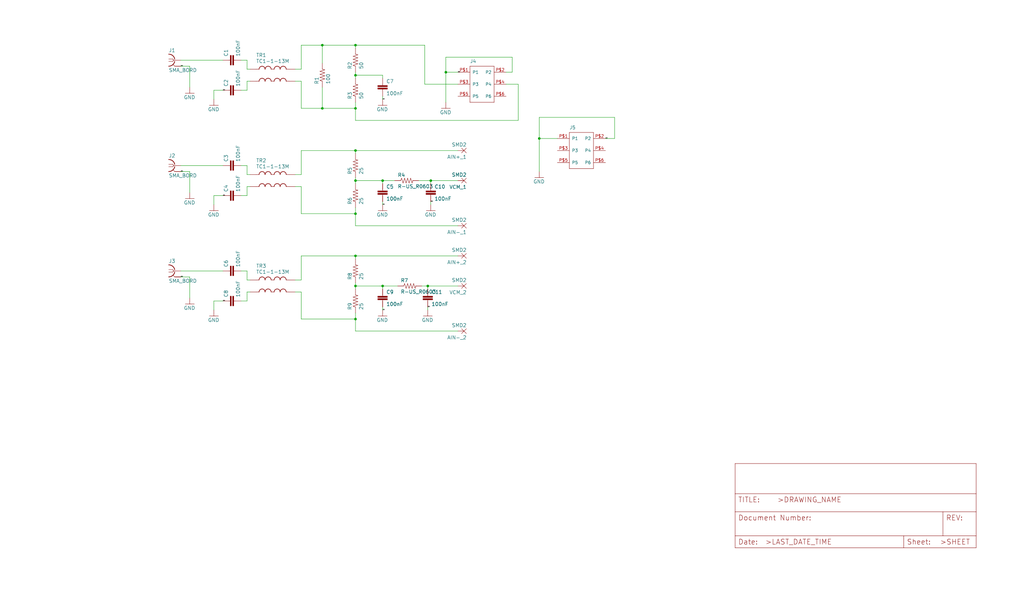
<source format=kicad_sch>
(kicad_sch (version 20231120) (generator "eeschema") (generator_version "8.0")
  (paper "User" 431.673 253.543)
  (lib_symbols
    (symbol "extension_clk_adc-rescue:C-EUC0402-extension_clk_adc-eagle-import" (pin_names (offset 1.016))
      (property "Reference" "C" (at 1.524 0.381 0))
      (property "Value" "extension_clk_adc-eagle-import_C-EUC0402" (at 1.524 -4.699 0))
      (symbol "C-EUC0402-extension_clk_adc-eagle-import_1_0"
        (rectangle (start -2.032 -2.032) (end 2.032 -1.524) (fill (type outline)))
        (rectangle (start -2.032 -1.016) (end 2.032 -0.508) (fill (type outline)))
        (polyline (pts (xy 0 -2.54) (xy 0 -2.032)))
        (polyline (pts (xy 0 0) (xy 0 -0.508)))
        (pin passive line (at 0 2.54 270) (length 2.54) (name "1") (number "1"))
        (pin passive line (at 0 -5.08 90) (length 2.54) (name "2") (number "2"))
      )
    )
    (symbol "extension_clk_adc-rescue:C-EUC0603-extension_clk_adc-eagle-import" (pin_names (offset 1.016))
      (property "Reference" "C" (at 1.524 0.381 0))
      (property "Value" "extension_clk_adc-eagle-import_C-EUC0603" (at 1.524 -4.699 0))
      (symbol "C-EUC0603-extension_clk_adc-eagle-import_1_0"
        (rectangle (start -2.032 -2.032) (end 2.032 -1.524) (fill (type outline)))
        (rectangle (start -2.032 -1.016) (end 2.032 -0.508) (fill (type outline)))
        (polyline (pts (xy 0 -2.54) (xy 0 -2.032)))
        (polyline (pts (xy 0 0) (xy 0 -0.508)))
        (pin passive line (at 0 2.54 270) (length 2.54) (name "1") (number "1"))
        (pin passive line (at 0 -5.08 90) (length 2.54) (name "2") (number "2"))
      )
    )
    (symbol "extension_clk_adc-rescue:DBL_6-extension_clk_adc-eagle-import" (pin_names (offset 1.016))
      (property "Reference" "J" (at -5.08 8.89 0))
      (symbol "DBL_6-extension_clk_adc-eagle-import_1_0"
        (polyline (pts (xy -5.08 -7.62) (xy -5.08 7.62)))
        (polyline (pts (xy -5.08 7.62) (xy 5.08 7.62)))
        (polyline (pts (xy 5.08 -7.62) (xy -5.08 -7.62)))
        (polyline (pts (xy 5.08 7.62) (xy 5.08 -7.62)))
        (pin bidirectional line (at -10.16 5.08 0) (length 5.08) (name "P1") (number "P$1"))
        (pin bidirectional line (at 10.16 5.08 180) (length 5.08) (name "P2") (number "P$2"))
        (pin bidirectional line (at -10.16 0 0) (length 5.08) (name "P3") (number "P$3"))
        (pin bidirectional line (at 10.16 0 180) (length 5.08) (name "P4") (number "P$4"))
        (pin bidirectional line (at -10.16 -5.08 0) (length 5.08) (name "P5") (number "P$5"))
        (pin bidirectional line (at 10.16 -5.08 180) (length 5.08) (name "P6") (number "P$6"))
      )
    )
    (symbol "extension_clk_adc-rescue:DINA3_L-extension_clk_adc-eagle-import" (pin_names (offset 1.016))
      (symbol "DINA3_L-extension_clk_adc-eagle-import_2_0"
        (polyline (pts (xy 0 0) (xy 0 5.08)))
        (polyline (pts (xy 0 0) (xy 71.12 0)))
        (polyline (pts (xy 0 5.08) (xy 0 15.24)))
        (polyline (pts (xy 0 5.08) (xy 71.12 5.08)))
        (polyline (pts (xy 0 15.24) (xy 0 22.86)))
        (polyline (pts (xy 0 22.86) (xy 0 35.56)))
        (polyline (pts (xy 0 22.86) (xy 101.6 22.86)))
        (polyline (pts (xy 71.12 0) (xy 101.6 0)))
        (polyline (pts (xy 71.12 5.08) (xy 71.12 0)))
        (polyline (pts (xy 71.12 5.08) (xy 87.63 5.08)))
        (polyline (pts (xy 87.63 5.08) (xy 101.6 5.08)))
        (polyline (pts (xy 87.63 15.24) (xy 0 15.24)))
        (polyline (pts (xy 87.63 15.24) (xy 87.63 5.08)))
        (polyline (pts (xy 101.6 5.08) (xy 101.6 0)))
        (polyline (pts (xy 101.6 15.24) (xy 87.63 15.24)))
        (polyline (pts (xy 101.6 15.24) (xy 101.6 5.08)))
        (polyline (pts (xy 101.6 22.86) (xy 101.6 15.24)))
        (polyline (pts (xy 101.6 35.56) (xy 0 35.56)))
        (polyline (pts (xy 101.6 35.56) (xy 101.6 22.86)))
        (text ">DRAWING_NAME" (at 17.78 19.05 0) (effects (font (size 2.159 2.159)) (justify left bottom)))
        (text ">LAST_DATE_TIME" (at 12.7 1.27 0) (effects (font (size 2.159 2.159)) (justify left bottom)))
        (text ">SHEET" (at 86.36 1.27 0) (effects (font (size 2.159 2.159)) (justify left bottom)))
        (text "Date:" (at 1.27 1.27 0) (effects (font (size 2.159 2.159)) (justify left bottom)))
        (text "Document Number:" (at 1.27 11.43 0) (effects (font (size 2.159 2.159)) (justify left bottom)))
        (text "REV:" (at 88.9 11.43 0) (effects (font (size 2.159 2.159)) (justify left bottom)))
        (text "Sheet:" (at 72.39 1.27 0) (effects (font (size 2.159 2.159)) (justify left bottom)))
        (text "TITLE:" (at 1.27 19.05 0) (effects (font (size 2.159 2.159)) (justify left bottom)))
      )
    )
    (symbol "extension_clk_adc-rescue:GND-extension_clk_adc-eagle-import" (power) (pin_names (offset 1.016))
      (property "Value" "extension_clk_adc-eagle-import_GND" (at -2.54 -2.54 0))
      (symbol "GND-extension_clk_adc-eagle-import_1_0"
        (polyline (pts (xy -1.905 0) (xy 1.905 0)))
        (pin power_in line (at 0 2.54 270) (length 2.54) (name "GND") (number "1"))
      )
    )
    (symbol "extension_clk_adc-rescue:R-US_R0603-extension_clk_adc-eagle-import" (pin_names (offset 1.016))
      (property "Reference" "R" (at -3.81 1.4986 0))
      (property "Value" "extension_clk_adc-eagle-import_R-US_R0603" (at -3.81 -3.302 0))
      (symbol "R-US_R0603-extension_clk_adc-eagle-import_1_0"
        (polyline (pts (xy -2.54 0) (xy -2.159 1.016)))
        (polyline (pts (xy -2.159 1.016) (xy -1.524 -1.016)))
        (polyline (pts (xy -1.524 -1.016) (xy -0.889 1.016)))
        (polyline (pts (xy -0.889 1.016) (xy -0.254 -1.016)))
        (polyline (pts (xy -0.254 -1.016) (xy 0.381 1.016)))
        (polyline (pts (xy 0.381 1.016) (xy 1.016 -1.016)))
        (polyline (pts (xy 1.016 -1.016) (xy 1.651 1.016)))
        (polyline (pts (xy 1.651 1.016) (xy 2.286 -1.016)))
        (polyline (pts (xy 2.286 -1.016) (xy 2.54 0)))
        (pin passive line (at -5.08 0 0) (length 2.54) (name "1") (number "1"))
        (pin passive line (at 5.08 0 180) (length 2.54) (name "2") (number "2"))
      )
    )
    (symbol "extension_clk_adc-rescue:SMA_BORD-extension_clk_adc-eagle-import" (pin_names (offset 1.016))
      (property "Reference" "J" (at 0 3.302 0))
      (property "Value" "extension_clk_adc-eagle-import_SMA_BORD" (at 0 -5.08 0))
      (symbol "SMA_BORD-extension_clk_adc-eagle-import_1_0"
        (arc (start 0 -2.54) (mid 1.6241 -1.974) (end 2.54 -0.508) (stroke (width 0.3048)))
        (polyline (pts (xy 0 0.508) (xy 1.778 0.508)))
        (polyline (pts (xy 1.778 -0.508) (xy 0 -0.508)))
        (polyline (pts (xy 1.778 0.508) (xy 2.032 0)))
        (polyline (pts (xy 2.032 0) (xy 1.778 -0.508)))
        (polyline (pts (xy 2.54 -2.54) (xy 1.778 -1.778)))
        (polyline (pts (xy 2.54 0) (xy 2.032 0)))
        (arc (start 2.54 0.508) (mid 1.64 1.9936) (end 0 2.54) (stroke (width 0.3048)))
        (pin passive line (at 5.08 0 180) (length 2.54) (name "1") (number "1"))
        (pin passive line (at 5.08 -2.54 180) (length 2.54) (name "2") (number "G@1"))
        (pin passive line (at 5.08 -2.54 180) (length 2.54) (name "2") (number "G@2"))
        (pin passive line (at 5.08 -2.54 180) (length 2.54) (name "2") (number "G@3"))
        (pin passive line (at 5.08 -2.54 180) (length 2.54) (name "2") (number "G@4"))
      )
    )
    (symbol "extension_clk_adc-rescue:SMD2-extension_clk_adc-eagle-import" (pin_names (offset 1.016))
      (property "Reference" "PAD" (at -1.143 1.8542 0))
      (property "Value" "extension_clk_adc-eagle-import_SMD2" (at -1.143 -3.302 0))
      (symbol "SMD2-extension_clk_adc-eagle-import_1_0"
        (polyline (pts (xy -1.016 -1.016) (xy 1.016 1.016)))
        (polyline (pts (xy -1.016 1.016) (xy 1.016 -1.016)))
        (pin passive line (at 2.54 0 180) (length 2.54) (name "P") (number "1"))
      )
    )
    (symbol "extension_clk_adc-rescue:TC1-1-13M-extension_clk_adc-eagle-import" (pin_names (offset 1.016))
      (property "Reference" "TR" (at -7.62 7.62 0))
      (property "Value" "extension_clk_adc-eagle-import_TC1-1-13M" (at -7.62 5.08 0))
      (symbol "TC1-1-13M-extension_clk_adc-eagle-import_1_0"
        (arc (start -5.08 -1.27) (mid -5.978 -1.642) (end -6.35 -2.54) (stroke (width 0.254)))
        (arc (start -5.08 3.81) (mid -5.978 3.438) (end -6.35 2.54) (stroke (width 0.254)))
        (arc (start -3.81 -2.54) (mid -4.182 -1.642) (end -5.08 -1.27) (stroke (width 0.254)))
        (arc (start -3.81 2.54) (mid -4.182 3.438) (end -5.08 3.81) (stroke (width 0.254)))
        (arc (start -2.54 -1.27) (mid -3.438 -1.642) (end -3.81 -2.54) (stroke (width 0.254)))
        (arc (start -2.54 3.81) (mid -3.438 3.438) (end -3.81 2.54) (stroke (width 0.254)))
        (arc (start -1.27 -2.54) (mid -1.642 -1.642) (end -2.54 -1.27) (stroke (width 0.254)))
        (arc (start -1.27 2.54) (mid -1.642 3.438) (end -2.54 3.81) (stroke (width 0.254)))
        (polyline (pts (xy -6.35 -2.54) (xy -7.62 -2.54)))
        (polyline (pts (xy -6.35 2.54) (xy -7.62 2.54)))
        (polyline (pts (xy -1.27 -2.54) (xy 0 -2.54)))
        (polyline (pts (xy -1.27 2.54) (xy 0 2.54)))
        (polyline (pts (xy 5.08 -2.54) (xy 6.35 -2.54)))
        (polyline (pts (xy 5.08 2.54) (xy 6.35 2.54)))
        (arc (start 1.27 -1.27) (mid 0.372 -1.642) (end 0 -2.54) (stroke (width 0.254)))
        (arc (start 1.27 3.81) (mid 0.372 3.438) (end 0 2.54) (stroke (width 0.254)))
        (arc (start 2.54 -2.54) (mid 2.168 -1.642) (end 1.27 -1.27) (stroke (width 0.254)))
        (arc (start 2.54 2.54) (mid 2.168 3.438) (end 1.27 3.81) (stroke (width 0.254)))
        (arc (start 3.81 -1.27) (mid 2.912 -1.642) (end 2.54 -2.54) (stroke (width 0.254)))
        (arc (start 3.81 3.81) (mid 2.912 3.438) (end 2.54 2.54) (stroke (width 0.254)))
        (arc (start 5.08 -2.54) (mid 4.708 -1.642) (end 3.81 -1.27) (stroke (width 0.254)))
        (arc (start 5.08 2.54) (mid 4.708 3.438) (end 3.81 3.81) (stroke (width 0.254)))
        (pin passive line (at 8.89 -2.54 180) (length 2.54) (name "SEC_DOT") (number "P$1"))
        (pin passive line (at 8.89 2.54 180) (length 2.54) (name "SEC") (number "P$3"))
        (pin passive line (at -10.16 2.54 0) (length 2.54) (name "PR") (number "P$4"))
        (pin passive line (at -10.16 -2.54 0) (length 2.54) (name "PR_DOT") (number "P$6"))
      )
    )
  )
  (junction (at 149.86 76.2))
  (junction (at 149.86 90.17))
  (junction (at 149.86 45.72))
  (junction (at 149.86 134.62))
  (junction (at 135.89 45.72))
  (junction (at 149.86 19.05))
  (junction (at 181.61 76.2))
  (junction (at 161.29 120.65))
  (junction (at 135.89 19.05))
  (junction (at 149.86 31.75))
  (junction (at 187.96 30.48))
  (junction (at 227.33 58.42))
  (junction (at 161.29 76.2))
  (junction (at 149.86 120.65))
  (junction (at 180.34 120.65))
  (junction (at 149.86 107.95))
  (junction (at 149.86 63.5))
  (wire (pts (xy 104.14 118.11) (xy 105.41 118.11)))
  (wire (pts (xy 149.86 74.93) (xy 149.86 76.2)))
  (wire (pts (xy 104.14 82.55) (xy 101.6 82.55)))
  (wire (pts (xy 105.41 78.74) (xy 104.14 78.74)))
  (wire (pts (xy 76.2 25.4) (xy 93.98 25.4)))
  (wire (pts (xy 127 134.62) (xy 127 123.19)))
  (wire (pts (xy 105.41 123.19) (xy 104.14 123.19)))
  (wire (pts (xy 127 90.17) (xy 127 78.74)))
  (wire (pts (xy 104.14 69.85) (xy 104.14 73.66)))
  (wire (pts (xy 76.2 69.85) (xy 93.98 69.85)))
  (wire (pts (xy 127 29.21) (xy 124.46 29.21)))
  (wire (pts (xy 90.17 127) (xy 90.17 130.81)))
  (wire (pts (xy 149.86 90.17) (xy 127 90.17)))
  (wire (pts (xy 161.29 41.91) (xy 161.29 40.64)))
  (wire (pts (xy 127 123.19) (xy 124.46 123.19)))
  (wire (pts (xy 181.61 76.2) (xy 193.04 76.2)))
  (wire (pts (xy 149.86 119.38) (xy 149.86 120.65)))
  (wire (pts (xy 104.14 38.1) (xy 101.6 38.1)))
  (wire (pts (xy 127 19.05) (xy 127 29.21)))
  (wire (pts (xy 149.86 134.62) (xy 127 134.62)))
  (wire (pts (xy 234.95 58.42) (xy 227.33 58.42)))
  (wire (pts (xy 213.36 30.48) (xy 215.9 30.48)))
  (wire (pts (xy 218.44 35.56) (xy 213.36 35.56)))
  (wire (pts (xy 255.27 58.42) (xy 259.08 58.42)))
  (wire (pts (xy 149.86 50.8) (xy 218.44 50.8)))
  (wire (pts (xy 180.34 120.65) (xy 193.04 120.65)))
  (wire (pts (xy 149.86 134.62) (xy 149.86 139.7)))
  (wire (pts (xy 149.86 107.95) (xy 193.04 107.95)))
  (wire (pts (xy 76.2 116.84) (xy 80.01 116.84)))
  (wire (pts (xy 149.86 87.63) (xy 149.86 90.17)))
  (wire (pts (xy 104.14 123.19) (xy 104.14 127)))
  (wire (pts (xy 90.17 82.55) (xy 90.17 86.36)))
  (wire (pts (xy 76.2 114.3) (xy 93.98 114.3)))
  (wire (pts (xy 193.04 30.48) (xy 187.96 30.48)))
  (wire (pts (xy 149.86 45.72) (xy 149.86 50.8)))
  (wire (pts (xy 93.98 127) (xy 90.17 127)))
  (wire (pts (xy 161.29 31.75) (xy 161.29 33.02)))
  (wire (pts (xy 149.86 19.05) (xy 135.89 19.05)))
  (wire (pts (xy 80.01 116.84) (xy 80.01 125.73)))
  (wire (pts (xy 135.89 36.83) (xy 135.89 45.72)))
  (wire (pts (xy 149.86 30.48) (xy 149.86 31.75)))
  (wire (pts (xy 90.17 38.1) (xy 90.17 41.91)))
  (wire (pts (xy 161.29 76.2) (xy 161.29 77.47)))
  (wire (pts (xy 161.29 86.36) (xy 161.29 85.09)))
  (wire (pts (xy 104.14 114.3) (xy 104.14 118.11)))
  (wire (pts (xy 227.33 58.42) (xy 227.33 72.39)))
  (wire (pts (xy 149.86 31.75) (xy 161.29 31.75)))
  (wire (pts (xy 180.34 120.65) (xy 180.34 121.92)))
  (wire (pts (xy 187.96 24.13) (xy 187.96 30.48)))
  (wire (pts (xy 135.89 45.72) (xy 127 45.72)))
  (wire (pts (xy 218.44 50.8) (xy 218.44 35.56)))
  (wire (pts (xy 149.86 19.05) (xy 179.07 19.05)))
  (wire (pts (xy 149.86 20.32) (xy 149.86 19.05)))
  (wire (pts (xy 149.86 132.08) (xy 149.86 134.62)))
  (wire (pts (xy 101.6 25.4) (xy 104.14 25.4)))
  (wire (pts (xy 227.33 49.53) (xy 227.33 58.42)))
  (wire (pts (xy 127 107.95) (xy 127 118.11)))
  (wire (pts (xy 149.86 120.65) (xy 161.29 120.65)))
  (wire (pts (xy 149.86 90.17) (xy 149.86 95.25)))
  (wire (pts (xy 93.98 38.1) (xy 90.17 38.1)))
  (wire (pts (xy 149.86 45.72) (xy 135.89 45.72)))
  (wire (pts (xy 259.08 58.42) (xy 259.08 49.53)))
  (wire (pts (xy 187.96 30.48) (xy 187.96 43.18)))
  (wire (pts (xy 127 78.74) (xy 124.46 78.74)))
  (wire (pts (xy 135.89 19.05) (xy 127 19.05)))
  (wire (pts (xy 104.14 29.21) (xy 105.41 29.21)))
  (wire (pts (xy 149.86 95.25) (xy 193.04 95.25)))
  (wire (pts (xy 101.6 114.3) (xy 104.14 114.3)))
  (wire (pts (xy 179.07 35.56) (xy 179.07 19.05)))
  (wire (pts (xy 149.86 109.22) (xy 149.86 107.95)))
  (wire (pts (xy 180.34 129.54) (xy 180.34 130.81)))
  (wire (pts (xy 161.29 120.65) (xy 167.64 120.65)))
  (wire (pts (xy 127 34.29) (xy 124.46 34.29)))
  (wire (pts (xy 93.98 82.55) (xy 90.17 82.55)))
  (wire (pts (xy 161.29 120.65) (xy 161.29 121.92)))
  (wire (pts (xy 104.14 34.29) (xy 104.14 38.1)))
  (wire (pts (xy 80.01 72.39) (xy 80.01 81.28)))
  (wire (pts (xy 149.86 64.77) (xy 149.86 63.5)))
  (wire (pts (xy 181.61 85.09) (xy 181.61 86.36)))
  (wire (pts (xy 161.29 130.81) (xy 161.29 129.54)))
  (wire (pts (xy 177.8 120.65) (xy 180.34 120.65)))
  (wire (pts (xy 149.86 107.95) (xy 127 107.95)))
  (wire (pts (xy 149.86 139.7) (xy 193.04 139.7)))
  (wire (pts (xy 104.14 73.66) (xy 105.41 73.66)))
  (wire (pts (xy 215.9 30.48) (xy 215.9 24.13)))
  (wire (pts (xy 104.14 127) (xy 101.6 127)))
  (wire (pts (xy 149.86 63.5) (xy 193.04 63.5)))
  (wire (pts (xy 76.2 27.94) (xy 80.01 27.94)))
  (wire (pts (xy 101.6 69.85) (xy 104.14 69.85)))
  (wire (pts (xy 181.61 76.2) (xy 181.61 77.47)))
  (wire (pts (xy 76.2 72.39) (xy 80.01 72.39)))
  (wire (pts (xy 127 63.5) (xy 127 73.66)))
  (wire (pts (xy 149.86 76.2) (xy 149.86 77.47)))
  (wire (pts (xy 259.08 49.53) (xy 227.33 49.53)))
  (wire (pts (xy 149.86 43.18) (xy 149.86 45.72)))
  (wire (pts (xy 149.86 120.65) (xy 149.86 121.92)))
  (wire (pts (xy 176.53 76.2) (xy 181.61 76.2)))
  (wire (pts (xy 161.29 76.2) (xy 166.37 76.2)))
  (wire (pts (xy 127 45.72) (xy 127 34.29)))
  (wire (pts (xy 80.01 27.94) (xy 80.01 36.83)))
  (wire (pts (xy 104.14 78.74) (xy 104.14 82.55)))
  (wire (pts (xy 215.9 24.13) (xy 187.96 24.13)))
  (wire (pts (xy 149.86 76.2) (xy 161.29 76.2)))
  (wire (pts (xy 193.04 35.56) (xy 179.07 35.56)))
  (wire (pts (xy 105.41 34.29) (xy 104.14 34.29)))
  (wire (pts (xy 127 118.11) (xy 124.46 118.11)))
  (wire (pts (xy 127 73.66) (xy 124.46 73.66)))
  (wire (pts (xy 135.89 26.67) (xy 135.89 19.05)))
  (wire (pts (xy 149.86 63.5) (xy 127 63.5)))
  (wire (pts (xy 149.86 31.75) (xy 149.86 33.02)))
  (wire (pts (xy 104.14 25.4) (xy 104.14 29.21)))
  (label "GND" (at 93.98 38.1 0) (effects (font (size 0.254 0.254))))
  (label "GND" (at 93.98 82.55 0) (effects (font (size 0.254 0.254))))
  (label "GND" (at 161.29 130.81 0) (effects (font (size 0.254 0.254))))
  (label "GND" (at 161.29 41.91 0) (effects (font (size 0.254 0.254))))
  (label "GND" (at 255.27 58.42 0) (effects (font (size 0.254 0.254))))
  (label "GND" (at 180.34 129.54 0) (effects (font (size 0.254 0.254))))
  (label "GND" (at 193.04 30.48 0) (effects (font (size 0.254 0.254))))
  (label "GND" (at 76.2 116.84 0) (effects (font (size 0.254 0.254))))
  (label "GND" (at 181.61 85.09 0) (effects (font (size 0.254 0.254))))
  (label "GND" (at 161.29 86.36 0) (effects (font (size 0.254 0.254))))
  (label "GND" (at 93.98 127 0) (effects (font (size 0.254 0.254))))
  (label "GND" (at 76.2 27.94 0) (effects (font (size 0.254 0.254))))
  (label "GND" (at 76.2 72.39 0) (effects (font (size 0.254 0.254))))
  (symbol (lib_id "extension_clk_adc-rescue:DBL_6-extension_clk_adc-eagle-import") (at 245.11 63.5 0) (unit 1)
    (property "Reference" "J5" (at 240.03 54.61 0) (effects (font (size 1.4224 1.4224)) (justify left bottom)))
    (property "Value" "DBL_6" (effects (hide yes)))
    (property "Footprint" "extension_clk_adc:DBL6" (effects (hide yes)))
  )
  (symbol (lib_id "extension_clk_adc-rescue:R-US_R0603-extension_clk_adc-eagle-import") (at 149.86 38.1 90) (unit 1)
    (property "Reference" "R3" (at 148.3614 41.91 0) (effects (font (size 1.4986 1.4986)) (justify left bottom)))
    (property "Value" "50" (at 153.162 41.91 0) (effects (font (size 1.4986 1.4986)) (justify left bottom)))
    (property "Footprint" "extension_clk_adc:R0603" (effects (hide yes)))
  )
  (symbol (lib_id "extension_clk_adc-rescue:GND-extension_clk_adc-eagle-import") (at 80.01 39.37 0) (unit 1)
    (property "Reference" "#GND02" (effects (hide yes)))
    (property "Value" "GND" (at 77.47 41.91 0) (effects (font (size 1.4986 1.4986)) (justify left bottom)))
  )
  (symbol (lib_id "extension_clk_adc-rescue:C-EUC0402-extension_clk_adc-eagle-import") (at 96.52 69.85 90) (unit 1)
    (property "Reference" "C3" (at 96.139 68.326 0) (effects (font (size 1.4986 1.4986)) (justify left bottom)))
    (property "Value" "100nF" (at 101.219 68.326 0) (effects (font (size 1.4986 1.4986)) (justify left bottom)))
    (property "Footprint" "extension_clk_adc:C0402" (effects (hide yes)))
  )
  (symbol (lib_id "extension_clk_adc-rescue:GND-extension_clk_adc-eagle-import") (at 161.29 133.35 0) (unit 1)
    (property "Reference" "#GND011" (effects (hide yes)))
    (property "Value" "GND" (at 158.75 135.89 0) (effects (font (size 1.4986 1.4986)) (justify left bottom)))
  )
  (symbol (lib_id "extension_clk_adc-rescue:SMD2-extension_clk_adc-eagle-import") (at 195.58 63.5 180) (unit 1)
    (property "Reference" "AIN+_1" (at 196.723 65.3542 0) (effects (font (size 1.4986 1.4986)) (justify left bottom)))
    (property "Value" "SMD2" (at 196.723 60.198 0) (effects (font (size 1.4986 1.4986)) (justify left bottom)))
    (property "Footprint" "extension_clk_adc:SMD1,27-2,54" (effects (hide yes)))
  )
  (symbol (lib_id "extension_clk_adc-rescue:R-US_R0603-extension_clk_adc-eagle-import") (at 171.45 76.2 0) (unit 1)
    (property "Reference" "R4" (at 167.64 74.7014 0) (effects (font (size 1.4986 1.4986)) (justify left bottom)))
    (property "Value" "R-US_R0603" (at 167.64 79.502 0) (effects (font (size 1.4986 1.4986)) (justify left bottom)))
    (property "Footprint" "extension_clk_adc:R0603" (effects (hide yes)))
  )
  (symbol (lib_id "extension_clk_adc-rescue:R-US_R0603-extension_clk_adc-eagle-import") (at 149.86 82.55 90) (unit 1)
    (property "Reference" "R6" (at 148.3614 86.36 0) (effects (font (size 1.4986 1.4986)) (justify left bottom)))
    (property "Value" "25" (at 153.162 86.36 0) (effects (font (size 1.4986 1.4986)) (justify left bottom)))
    (property "Footprint" "extension_clk_adc:R0603" (effects (hide yes)))
  )
  (symbol (lib_id "extension_clk_adc-rescue:DBL_6-extension_clk_adc-eagle-import") (at 203.2 35.56 0) (unit 1)
    (property "Reference" "J4" (at 198.12 26.67 0) (effects (font (size 1.4224 1.4224)) (justify left bottom)))
    (property "Value" "DBL_6" (effects (hide yes)))
    (property "Footprint" "extension_clk_adc:DBL6" (effects (hide yes)))
  )
  (symbol (lib_id "extension_clk_adc-rescue:SMA_BORD-extension_clk_adc-eagle-import") (at 71.12 25.4 0) (unit 1)
    (property "Reference" "J1" (at 71.12 22.098 0) (effects (font (size 1.4986 1.4986)) (justify left bottom)))
    (property "Value" "SMA_BORD" (at 71.12 30.48 0) (effects (font (size 1.4986 1.4986)) (justify left bottom)))
    (property "Footprint" "extension_clk_adc:SMA_BORD" (effects (hide yes)))
  )
  (symbol (lib_id "extension_clk_adc-rescue:C-EUC0402-extension_clk_adc-eagle-import") (at 96.52 82.55 90) (unit 1)
    (property "Reference" "C4" (at 96.139 81.026 0) (effects (font (size 1.4986 1.4986)) (justify left bottom)))
    (property "Value" "100nF" (at 101.219 81.026 0) (effects (font (size 1.4986 1.4986)) (justify left bottom)))
    (property "Footprint" "extension_clk_adc:C0402" (effects (hide yes)))
  )
  (symbol (lib_id "extension_clk_adc-rescue:C-EUC0402-extension_clk_adc-eagle-import") (at 161.29 124.46 0) (unit 1)
    (property "Reference" "C9" (at 162.814 124.079 0) (effects (font (size 1.4986 1.4986)) (justify left bottom)))
    (property "Value" "100nF" (at 162.814 129.159 0) (effects (font (size 1.4986 1.4986)) (justify left bottom)))
    (property "Footprint" "extension_clk_adc:C0402" (effects (hide yes)))
  )
  (symbol (lib_id "extension_clk_adc-rescue:C-EUC0402-extension_clk_adc-eagle-import") (at 96.52 25.4 90) (unit 1)
    (property "Reference" "C1" (at 96.139 23.876 0) (effects (font (size 1.4986 1.4986)) (justify left bottom)))
    (property "Value" "100nF" (at 101.219 23.876 0) (effects (font (size 1.4986 1.4986)) (justify left bottom)))
    (property "Footprint" "extension_clk_adc:C0402" (effects (hide yes)))
  )
  (symbol (lib_id "extension_clk_adc-rescue:C-EUC0402-extension_clk_adc-eagle-import") (at 180.34 124.46 0) (unit 1)
    (property "Reference" "C11" (at 181.864 124.079 0) (effects (font (size 1.4986 1.4986)) (justify left bottom)))
    (property "Value" "100nF" (at 181.864 129.159 0) (effects (font (size 1.4986 1.4986)) (justify left bottom)))
    (property "Footprint" "extension_clk_adc:C0402" (effects (hide yes)))
  )
  (symbol (lib_id "extension_clk_adc-rescue:SMD2-extension_clk_adc-eagle-import") (at 195.58 107.95 180) (unit 1)
    (property "Reference" "AIN+_2" (at 196.723 109.8042 0) (effects (font (size 1.4986 1.4986)) (justify left bottom)))
    (property "Value" "SMD2" (at 196.723 104.648 0) (effects (font (size 1.4986 1.4986)) (justify left bottom)))
    (property "Footprint" "extension_clk_adc:SMD1,27-2,54" (effects (hide yes)))
  )
  (symbol (lib_id "extension_clk_adc-rescue:SMD2-extension_clk_adc-eagle-import") (at 195.58 120.65 180) (unit 1)
    (property "Reference" "VCM_2" (at 196.723 122.5042 0) (effects (font (size 1.4986 1.4986)) (justify left bottom)))
    (property "Value" "SMD2" (at 196.723 117.348 0) (effects (font (size 1.4986 1.4986)) (justify left bottom)))
    (property "Footprint" "extension_clk_adc:SMD1,27-2,54" (effects (hide yes)))
  )
  (symbol (lib_id "extension_clk_adc-rescue:TC1-1-13M-extension_clk_adc-eagle-import") (at 115.57 76.2 0) (unit 1)
    (property "Reference" "TR2" (at 107.95 68.58 0) (effects (font (size 1.4986 1.4986)) (justify left bottom)))
    (property "Value" "TC1-1-13M" (at 107.95 71.12 0) (effects (font (size 1.4986 1.4986)) (justify left bottom)))
    (property "Footprint" "extension_clk_adc:AT224-1A" (effects (hide yes)))
  )
  (symbol (lib_id "extension_clk_adc-rescue:DINA3_L-extension_clk_adc-eagle-import") (at 309.88 231.14 0) (unit 2)
    (property "Reference" "#FRAME1" (effects (hide yes)))
    (property "Value" "DINA3_L" (effects (hide yes)))
  )
  (symbol (lib_id "extension_clk_adc-rescue:DINA3_L-extension_clk_adc-eagle-import") (at 22.86 231.14 0) (unit 1)
    (property "Reference" "#FRAME1" (effects (hide yes)))
    (property "Value" "DINA3_L" (effects (hide yes)))
  )
  (symbol (lib_id "extension_clk_adc-rescue:C-EUC0402-extension_clk_adc-eagle-import") (at 96.52 38.1 90) (unit 1)
    (property "Reference" "C2" (at 96.139 36.576 0) (effects (font (size 1.4986 1.4986)) (justify left bottom)))
    (property "Value" "100nF" (at 101.219 36.576 0) (effects (font (size 1.4986 1.4986)) (justify left bottom)))
    (property "Footprint" "extension_clk_adc:C0402" (effects (hide yes)))
  )
  (symbol (lib_id "extension_clk_adc-rescue:GND-extension_clk_adc-eagle-import") (at 181.61 88.9 0) (unit 1)
    (property "Reference" "#GND03" (effects (hide yes)))
    (property "Value" "GND" (at 179.07 91.44 0) (effects (font (size 1.4986 1.4986)) (justify left bottom)))
  )
  (symbol (lib_id "extension_clk_adc-rescue:C-EUC0402-extension_clk_adc-eagle-import") (at 96.52 127 90) (unit 1)
    (property "Reference" "C8" (at 96.139 125.476 0) (effects (font (size 1.4986 1.4986)) (justify left bottom)))
    (property "Value" "100nF" (at 101.219 125.476 0) (effects (font (size 1.4986 1.4986)) (justify left bottom)))
    (property "Footprint" "extension_clk_adc:C0402" (effects (hide yes)))
  )
  (symbol (lib_id "extension_clk_adc-rescue:R-US_R0603-extension_clk_adc-eagle-import") (at 135.89 31.75 90) (unit 1)
    (property "Reference" "R1" (at 134.3914 35.56 0) (effects (font (size 1.4986 1.4986)) (justify left bottom)))
    (property "Value" "100" (at 139.192 35.56 0) (effects (font (size 1.4986 1.4986)) (justify left bottom)))
    (property "Footprint" "extension_clk_adc:R0603" (effects (hide yes)))
  )
  (symbol (lib_id "extension_clk_adc-rescue:GND-extension_clk_adc-eagle-import") (at 90.17 133.35 0) (unit 1)
    (property "Reference" "#GND010" (effects (hide yes)))
    (property "Value" "GND" (at 87.63 135.89 0) (effects (font (size 1.4986 1.4986)) (justify left bottom)))
  )
  (symbol (lib_id "extension_clk_adc-rescue:GND-extension_clk_adc-eagle-import") (at 80.01 128.27 0) (unit 1)
    (property "Reference" "#GND09" (effects (hide yes)))
    (property "Value" "GND" (at 77.47 130.81 0) (effects (font (size 1.4986 1.4986)) (justify left bottom)))
  )
  (symbol (lib_id "extension_clk_adc-rescue:GND-extension_clk_adc-eagle-import") (at 90.17 88.9 0) (unit 1)
    (property "Reference" "#GND07" (effects (hide yes)))
    (property "Value" "GND" (at 87.63 91.44 0) (effects (font (size 1.4986 1.4986)) (justify left bottom)))
  )
  (symbol (lib_id "extension_clk_adc-rescue:GND-extension_clk_adc-eagle-import") (at 227.33 74.93 0) (unit 1)
    (property "Reference" "#GND013" (effects (hide yes)))
    (property "Value" "GND" (at 224.79 77.47 0) (effects (font (size 1.4986 1.4986)) (justify left bottom)))
  )
  (symbol (lib_id "extension_clk_adc-rescue:GND-extension_clk_adc-eagle-import") (at 80.01 83.82 0) (unit 1)
    (property "Reference" "#GND06" (effects (hide yes)))
    (property "Value" "GND" (at 77.47 86.36 0) (effects (font (size 1.4986 1.4986)) (justify left bottom)))
  )
  (symbol (lib_id "extension_clk_adc-rescue:C-EUC0402-extension_clk_adc-eagle-import") (at 181.61 80.01 0) (unit 1)
    (property "Reference" "C10" (at 183.134 79.629 0) (effects (font (size 1.4986 1.4986)) (justify left bottom)))
    (property "Value" "100nF" (at 183.134 84.709 0) (effects (font (size 1.4986 1.4986)) (justify left bottom)))
    (property "Footprint" "extension_clk_adc:C0402" (effects (hide yes)))
  )
  (symbol (lib_id "extension_clk_adc-rescue:SMD2-extension_clk_adc-eagle-import") (at 195.58 139.7 180) (unit 1)
    (property "Reference" "AIN-_2" (at 196.723 141.5542 0) (effects (font (size 1.4986 1.4986)) (justify left bottom)))
    (property "Value" "SMD2" (at 196.723 136.398 0) (effects (font (size 1.4986 1.4986)) (justify left bottom)))
    (property "Footprint" "extension_clk_adc:SMD1,27-2,54" (effects (hide yes)))
  )
  (symbol (lib_id "extension_clk_adc-rescue:GND-extension_clk_adc-eagle-import") (at 187.96 45.72 0) (unit 1)
    (property "Reference" "#GND012" (effects (hide yes)))
    (property "Value" "GND" (at 185.42 48.26 0) (effects (font (size 1.4986 1.4986)) (justify left bottom)))
  )
  (symbol (lib_id "extension_clk_adc-rescue:C-EUC0603-extension_clk_adc-eagle-import") (at 161.29 35.56 0) (unit 1)
    (property "Reference" "C7" (at 162.814 35.179 0) (effects (font (size 1.4986 1.4986)) (justify left bottom)))
    (property "Value" "100nF" (at 162.814 40.259 0) (effects (font (size 1.4986 1.4986)) (justify left bottom)))
    (property "Footprint" "extension_clk_adc:C0603" (effects (hide yes)))
  )
  (symbol (lib_id "extension_clk_adc-rescue:TC1-1-13M-extension_clk_adc-eagle-import") (at 115.57 120.65 0) (unit 1)
    (property "Reference" "TR3" (at 107.95 113.03 0) (effects (font (size 1.4986 1.4986)) (justify left bottom)))
    (property "Value" "TC1-1-13M" (at 107.95 115.57 0) (effects (font (size 1.4986 1.4986)) (justify left bottom)))
    (property "Footprint" "extension_clk_adc:AT224-1A" (effects (hide yes)))
  )
  (symbol (lib_id "extension_clk_adc-rescue:R-US_R0603-extension_clk_adc-eagle-import") (at 149.86 25.4 90) (unit 1)
    (property "Reference" "R2" (at 148.3614 29.21 0) (effects (font (size 1.4986 1.4986)) (justify left bottom)))
    (property "Value" "50" (at 153.162 29.21 0) (effects (font (size 1.4986 1.4986)) (justify left bottom)))
    (property "Footprint" "extension_clk_adc:R0603" (effects (hide yes)))
  )
  (symbol (lib_id "extension_clk_adc-rescue:R-US_R0603-extension_clk_adc-eagle-import") (at 149.86 69.85 90) (unit 1)
    (property "Reference" "R5" (at 148.3614 73.66 0) (effects (font (size 1.4986 1.4986)) (justify left bottom)))
    (property "Value" "25" (at 153.162 73.66 0) (effects (font (size 1.4986 1.4986)) (justify left bottom)))
    (property "Footprint" "extension_clk_adc:R0603" (effects (hide yes)))
  )
  (symbol (lib_id "extension_clk_adc-rescue:TC1-1-13M-extension_clk_adc-eagle-import") (at 115.57 31.75 0) (unit 1)
    (property "Reference" "TR1" (at 107.95 24.13 0) (effects (font (size 1.4986 1.4986)) (justify left bottom)))
    (property "Value" "TC1-1-13M" (at 107.95 26.67 0) (effects (font (size 1.4986 1.4986)) (justify left bottom)))
    (property "Footprint" "extension_clk_adc:AT224-1A" (effects (hide yes)))
  )
  (symbol (lib_id "extension_clk_adc-rescue:SMA_BORD-extension_clk_adc-eagle-import") (at 71.12 114.3 0) (unit 1)
    (property "Reference" "J3" (at 71.12 110.998 0) (effects (font (size 1.4986 1.4986)) (justify left bottom)))
    (property "Value" "SMA_BORD" (at 71.12 119.38 0) (effects (font (size 1.4986 1.4986)) (justify left bottom)))
    (property "Footprint" "extension_clk_adc:SMA_BORD" (effects (hide yes)))
  )
  (symbol (lib_id "extension_clk_adc-rescue:R-US_R0603-extension_clk_adc-eagle-import") (at 172.72 120.65 0) (unit 1)
    (property "Reference" "R7" (at 168.91 119.1514 0) (effects (font (size 1.4986 1.4986)) (justify left bottom)))
    (property "Value" "R-US_R0603" (at 168.91 123.952 0) (effects (font (size 1.4986 1.4986)) (justify left bottom)))
    (property "Footprint" "extension_clk_adc:R0603" (effects (hide yes)))
  )
  (symbol (lib_id "extension_clk_adc-rescue:SMD2-extension_clk_adc-eagle-import") (at 195.58 95.25 180) (unit 1)
    (property "Reference" "AIN-_1" (at 196.723 97.1042 0) (effects (font (size 1.4986 1.4986)) (justify left bottom)))
    (property "Value" "SMD2" (at 196.723 91.948 0) (effects (font (size 1.4986 1.4986)) (justify left bottom)))
    (property "Footprint" "extension_clk_adc:SMD1,27-2,54" (effects (hide yes)))
  )
  (symbol (lib_id "extension_clk_adc-rescue:GND-extension_clk_adc-eagle-import") (at 90.17 44.45 0) (unit 1)
    (property "Reference" "#GND04" (effects (hide yes)))
    (property "Value" "GND" (at 87.63 46.99 0) (effects (font (size 1.4986 1.4986)) (justify left bottom)))
  )
  (symbol (lib_id "extension_clk_adc-rescue:GND-extension_clk_adc-eagle-import") (at 180.34 133.35 0) (unit 1)
    (property "Reference" "#GND01" (effects (hide yes)))
    (property "Value" "GND" (at 177.8 135.89 0) (effects (font (size 1.4986 1.4986)) (justify left bottom)))
  )
  (symbol (lib_id "extension_clk_adc-rescue:GND-extension_clk_adc-eagle-import") (at 161.29 88.9 0) (unit 1)
    (property "Reference" "#GND08" (effects (hide yes)))
    (property "Value" "GND" (at 158.75 91.44 0) (effects (font (size 1.4986 1.4986)) (justify left bottom)))
  )
  (symbol (lib_id "extension_clk_adc-rescue:C-EUC0402-extension_clk_adc-eagle-import") (at 96.52 114.3 90) (unit 1)
    (property "Reference" "C6" (at 96.139 112.776 0) (effects (font (size 1.4986 1.4986)) (justify left bottom)))
    (property "Value" "100nF" (at 101.219 112.776 0) (effects (font (size 1.4986 1.4986)) (justify left bottom)))
    (property "Footprint" "extension_clk_adc:C0402" (effects (hide yes)))
  )
  (symbol (lib_id "extension_clk_adc-rescue:SMD2-extension_clk_adc-eagle-import") (at 195.58 76.2 180) (unit 1)
    (property "Reference" "VCM_1" (at 196.723 78.0542 0) (effects (font (size 1.4986 1.4986)) (justify left bottom)))
    (property "Value" "SMD2" (at 196.723 72.898 0) (effects (font (size 1.4986 1.4986)) (justify left bottom)))
    (property "Footprint" "extension_clk_adc:SMD1,27-2,54" (effects (hide yes)))
  )
  (symbol (lib_id "extension_clk_adc-rescue:C-EUC0402-extension_clk_adc-eagle-import") (at 161.29 80.01 0) (unit 1)
    (property "Reference" "C5" (at 162.814 79.629 0) (effects (font (size 1.4986 1.4986)) (justify left bottom)))
    (property "Value" "100nF" (at 162.814 84.709 0) (effects (font (size 1.4986 1.4986)) (justify left bottom)))
    (property "Footprint" "extension_clk_adc:C0402" (effects (hide yes)))
  )
  (symbol (lib_id "extension_clk_adc-rescue:R-US_R0603-extension_clk_adc-eagle-import") (at 149.86 127 90) (unit 1)
    (property "Reference" "R9" (at 148.3614 130.81 0) (effects (font (size 1.4986 1.4986)) (justify left bottom)))
    (property "Value" "25" (at 153.162 130.81 0) (effects (font (size 1.4986 1.4986)) (justify left bottom)))
    (property "Footprint" "extension_clk_adc:R0603" (effects (hide yes)))
  )
  (symbol (lib_id "extension_clk_adc-rescue:GND-extension_clk_adc-eagle-import") (at 161.29 44.45 0) (unit 1)
    (property "Reference" "#GND05" (effects (hide yes)))
    (property "Value" "GND" (at 158.75 46.99 0) (effects (font (size 1.4986 1.4986)) (justify left bottom)))
  )
  (symbol (lib_id "extension_clk_adc-rescue:R-US_R0603-extension_clk_adc-eagle-import") (at 149.86 114.3 90) (unit 1)
    (property "Reference" "R8" (at 148.3614 118.11 0) (effects (font (size 1.4986 1.4986)) (justify left bottom)))
    (property "Value" "25" (at 153.162 118.11 0) (effects (font (size 1.4986 1.4986)) (justify left bottom)))
    (property "Footprint" "extension_clk_adc:R0603" (effects (hide yes)))
  )
  (symbol (lib_id "extension_clk_adc-rescue:SMA_BORD-extension_clk_adc-eagle-import") (at 71.12 69.85 0) (unit 1)
    (property "Reference" "J2" (at 71.12 66.548 0) (effects (font (size 1.4986 1.4986)) (justify left bottom)))
    (property "Value" "SMA_BORD" (at 71.12 74.93 0) (effects (font (size 1.4986 1.4986)) (justify left bottom)))
    (property "Footprint" "extension_clk_adc:SMA_BORD" (effects (hide yes)))
  )
)
</source>
